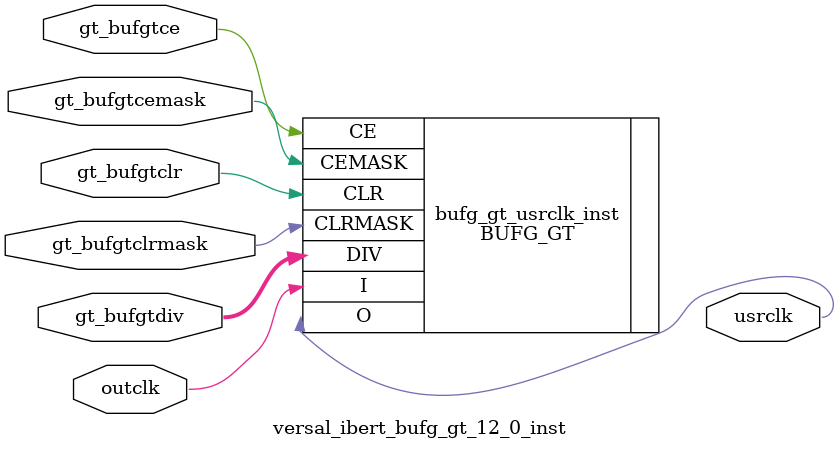
<source format=v>




`timescale 1ns / 1ps



module versal_ibert_bufg_gt_12_0_inst  (
    input outclk,
    input gt_bufgtce,
    input gt_bufgtcemask,
    input gt_bufgtclr,
    input gt_bufgtclrmask,
    input [2:0] gt_bufgtdiv,
    output usrclk
    );
     
      wire sync_ce;
      wire sync_clr;

      //BUFG_GT_SYNC sync_clr_ce (.CESYNC(sync_ce), .CLRSYNC(sync_clr), .CE(gt_bufgtce), .CLK(outclk), .CLR(gt_bufgtclr));
    //assign usrclk = outclk;
      BUFG_GT #(
        .SIM_DEVICE ("VERSAL_PREMIUM")
      ) bufg_gt_usrclk_inst (
        .CE      (gt_bufgtce),
        .CEMASK  (gt_bufgtcemask),
        .CLR     (gt_bufgtclr),
        .CLRMASK (gt_bufgtclrmask),
        .DIV     (gt_bufgtdiv),
        .I       (outclk),
        .O       (usrclk)
      );
endmodule
//------}

</source>
